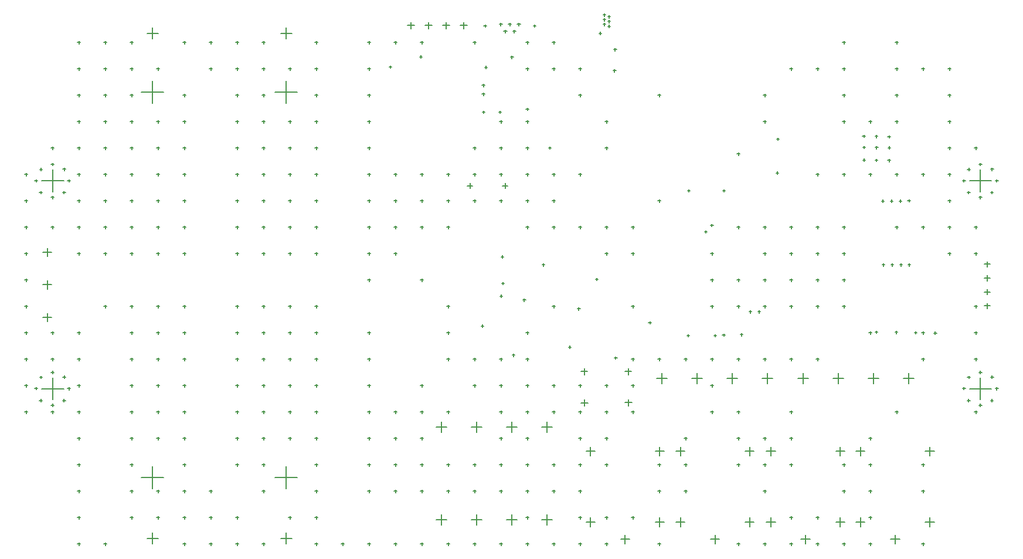
<source format=gbr>
%TF.GenerationSoftware,Altium Limited,Altium Designer,21.3.2 (30)*%
G04 Layer_Color=128*
%FSLAX26Y26*%
%MOIN*%
%TF.SameCoordinates,FFAA3912-E1DC-4B59-95C2-56FC1F4E7B50*%
%TF.FilePolarity,Positive*%
%TF.FileFunction,Drillmap*%
%TF.Part,Single*%
G01*
G75*
%TA.AperFunction,NonConductor*%
%ADD88C,0.005000*%
D88*
X168378Y1518769D02*
X215622D01*
X192000Y1495147D02*
Y1542391D01*
X168378Y1703808D02*
X215622D01*
X192000Y1680186D02*
Y1727430D01*
X168378Y1888848D02*
X215622D01*
X192000Y1865226D02*
Y1912469D01*
X728165Y2798690D02*
X854149D01*
X791157Y2735698D02*
Y2861682D01*
X1488008Y2798690D02*
X1613992D01*
X1551000Y2735698D02*
Y2861682D01*
X728165Y608926D02*
X854149D01*
X791157Y545934D02*
Y671918D01*
X1488008Y608926D02*
X1613992D01*
X1551000Y545934D02*
Y671918D01*
X1519504Y262863D02*
X1582496D01*
X1551000Y231367D02*
Y294359D01*
X1519504Y3132942D02*
X1582496D01*
X1551000Y3101446D02*
Y3164438D01*
X759661Y3132942D02*
X822653D01*
X791157Y3101446D02*
Y3164438D01*
X759661Y262863D02*
X822653D01*
X791157Y231367D02*
Y294359D01*
X3002000Y896000D02*
X3062000D01*
X3032000Y866000D02*
Y926000D01*
X2802000Y896000D02*
X2862000D01*
X2832000Y866000D02*
Y926000D01*
X2402000Y896000D02*
X2462000D01*
X2432000Y866000D02*
Y926000D01*
X2602000Y896000D02*
X2662000D01*
X2632000Y866000D02*
Y926000D01*
X3002000Y367000D02*
X3062000D01*
X3032000Y337000D02*
Y397000D01*
X2802000Y367000D02*
X2862000D01*
X2832000Y337000D02*
Y397000D01*
X2602000Y367000D02*
X2662000D01*
X2632000Y337000D02*
Y397000D01*
X2402000Y367000D02*
X2462000D01*
X2432000Y337000D02*
Y397000D01*
X4859000Y1171000D02*
X4919000D01*
X4889000Y1141000D02*
Y1201000D01*
X5059000Y1171000D02*
X5119000D01*
X5089000Y1141000D02*
Y1201000D01*
X4458500Y1171000D02*
X4518500D01*
X4488500Y1141000D02*
Y1201000D01*
X4658500Y1171000D02*
X4718500D01*
X4688500Y1141000D02*
Y1201000D01*
X4058000Y1171000D02*
X4118000D01*
X4088000Y1141000D02*
Y1201000D01*
X4258000Y1171000D02*
X4318000D01*
X4288000Y1141000D02*
Y1201000D01*
X3657500Y1171000D02*
X3717500D01*
X3687500Y1141000D02*
Y1201000D01*
X3857500Y1171000D02*
X3917500D01*
X3887500Y1141000D02*
Y1201000D01*
X5184260Y757158D02*
X5235441D01*
X5209850Y731567D02*
Y782748D01*
X4790559Y757158D02*
X4841740D01*
X4816150Y731567D02*
Y782748D01*
X4987409Y257158D02*
X5038591D01*
X5013000Y231567D02*
Y282748D01*
X4790559Y355583D02*
X4841740D01*
X4816150Y329992D02*
Y381173D01*
X5184260Y355583D02*
X5235441D01*
X5209850Y329992D02*
Y381173D01*
X4675260Y757158D02*
X4726441D01*
X4700850Y731567D02*
Y782748D01*
X4281559Y757158D02*
X4332740D01*
X4307150Y731567D02*
Y782748D01*
X4478409Y257158D02*
X4529591D01*
X4504000Y231567D02*
Y282748D01*
X4281559Y355583D02*
X4332740D01*
X4307150Y329992D02*
Y381173D01*
X4675260Y355583D02*
X4726441D01*
X4700850Y329992D02*
Y381173D01*
X4160260Y757158D02*
X4211441D01*
X4185850Y731567D02*
Y782748D01*
X3766559Y757158D02*
X3817740D01*
X3792150Y731567D02*
Y782748D01*
X3963410Y257158D02*
X4014590D01*
X3989000Y231567D02*
Y282748D01*
X3766559Y355583D02*
X3817740D01*
X3792150Y329992D02*
Y381173D01*
X4160260Y355583D02*
X4211441D01*
X4185850Y329992D02*
Y381173D01*
X3649260Y757158D02*
X3700441D01*
X3674850Y731567D02*
Y782748D01*
X3255559Y757158D02*
X3306740D01*
X3281150Y731567D02*
Y782748D01*
X3452410Y257158D02*
X3503590D01*
X3478000Y231567D02*
Y282748D01*
X3255559Y355583D02*
X3306740D01*
X3281150Y329992D02*
Y381173D01*
X3649260Y355583D02*
X3700441D01*
X3674850Y329992D02*
Y381173D01*
X2240500Y3177000D02*
X2279500D01*
X2260000Y3157500D02*
Y3196500D01*
X2340500Y3177000D02*
X2379500D01*
X2360000Y3157500D02*
Y3196500D01*
X2440500Y3177000D02*
X2479500D01*
X2460000Y3157500D02*
Y3196500D01*
X2540500Y3177000D02*
X2579500D01*
X2560000Y3157500D02*
Y3196500D01*
X2955622Y3175000D02*
X2971370D01*
X2963496Y3167126D02*
Y3182874D01*
X2674126Y3175000D02*
X2689874D01*
X2682000Y3167126D02*
Y3182874D01*
X2865071Y3183661D02*
X2882787D01*
X2873929Y3174803D02*
Y3192520D01*
X2839480Y3144291D02*
X2857197D01*
X2848339Y3135433D02*
Y3153149D01*
X2813890Y3183661D02*
X2831606D01*
X2822748Y3174803D02*
Y3192520D01*
X2788299Y3144291D02*
X2806016D01*
X2797157Y3135433D02*
Y3153149D01*
X2762709Y3183661D02*
X2780425D01*
X2771567Y3174803D02*
Y3192520D01*
X3227000Y1211000D02*
X3265000D01*
X3246000Y1192000D02*
Y1230000D01*
X3228000Y1033000D02*
X3266000D01*
X3247000Y1014000D02*
Y1052000D01*
X3478000Y1034000D02*
X3516000D01*
X3497000Y1015000D02*
Y1053000D01*
X3477000Y1211000D02*
X3515000D01*
X3496000Y1192000D02*
Y1230000D01*
X2780500Y2266000D02*
X2811500D01*
X2796000Y2250500D02*
Y2281500D01*
X2580500Y2266000D02*
X2611500D01*
X2596000Y2250500D02*
Y2281500D01*
X5521252Y1584520D02*
X5552748D01*
X5537000Y1568772D02*
Y1600268D01*
X5521252Y1663260D02*
X5552748D01*
X5537000Y1647512D02*
Y1679008D01*
X5521252Y1742000D02*
X5552748D01*
X5537000Y1726252D02*
Y1757748D01*
X5521252Y1820740D02*
X5552748D01*
X5537000Y1804992D02*
Y1836488D01*
X3064500Y981000D02*
X3079500D01*
X3072000Y973500D02*
Y988500D01*
X3214500Y1131000D02*
X3229500D01*
X3222000Y1123500D02*
Y1138500D01*
X3064500Y1131000D02*
X3079500D01*
X3072000Y1123500D02*
Y1138500D01*
X5464500Y2481000D02*
X5479500D01*
X5472000Y2473500D02*
Y2488500D01*
X5464500Y2031000D02*
X5479500D01*
X5472000Y2023500D02*
Y2038500D01*
X5464500Y1881000D02*
X5479500D01*
X5472000Y1873500D02*
Y1888500D01*
X5464500Y1581000D02*
X5479500D01*
X5472000Y1573500D02*
Y1588500D01*
X5464500Y1431000D02*
X5479500D01*
X5472000Y1423500D02*
Y1438500D01*
X5464500Y1281000D02*
X5479500D01*
X5472000Y1273500D02*
Y1288500D01*
X5464500Y981000D02*
X5479500D01*
X5472000Y973500D02*
Y988500D01*
X5314500Y2931000D02*
X5329500D01*
X5322000Y2923500D02*
Y2938500D01*
X5314500Y2781000D02*
X5329500D01*
X5322000Y2773500D02*
Y2788500D01*
X5314500Y2631000D02*
X5329500D01*
X5322000Y2623500D02*
Y2638500D01*
X5314500Y2481000D02*
X5329500D01*
X5322000Y2473500D02*
Y2488500D01*
X5314500Y2331000D02*
X5329500D01*
X5322000Y2323500D02*
Y2338500D01*
X5314500Y2181000D02*
X5329500D01*
X5322000Y2173500D02*
Y2188500D01*
X5314500Y2031000D02*
X5329500D01*
X5322000Y2023500D02*
Y2038500D01*
X5314500Y1881000D02*
X5329500D01*
X5322000Y1873500D02*
Y1888500D01*
X5164500Y2931000D02*
X5179500D01*
X5172000Y2923500D02*
Y2938500D01*
X5164500Y2331000D02*
X5179500D01*
X5172000Y2323500D02*
Y2338500D01*
X5164500Y2031000D02*
X5179500D01*
X5172000Y2023500D02*
Y2038500D01*
X5164500Y1431000D02*
X5179500D01*
X5172000Y1423500D02*
Y1438500D01*
X5164500Y1281000D02*
X5179500D01*
X5172000Y1273500D02*
Y1288500D01*
X5164500Y681000D02*
X5179500D01*
X5172000Y673500D02*
Y688500D01*
X5164500Y531000D02*
X5179500D01*
X5172000Y523500D02*
Y538500D01*
X5164500Y231000D02*
X5179500D01*
X5172000Y223500D02*
Y238500D01*
X5014500Y3081000D02*
X5029500D01*
X5022000Y3073500D02*
Y3088500D01*
X5014500Y2931000D02*
X5029500D01*
X5022000Y2923500D02*
Y2938500D01*
X5014500Y2781000D02*
X5029500D01*
X5022000Y2773500D02*
Y2788500D01*
X5014500Y2631000D02*
X5029500D01*
X5022000Y2623500D02*
Y2638500D01*
X5014500Y2331000D02*
X5029500D01*
X5022000Y2323500D02*
Y2338500D01*
X5014500Y2031000D02*
X5029500D01*
X5022000Y2023500D02*
Y2038500D01*
X5014500Y981000D02*
X5029500D01*
X5022000Y973500D02*
Y988500D01*
X4864500Y2631000D02*
X4879500D01*
X4872000Y2623500D02*
Y2638500D01*
X4864500Y2331000D02*
X4879500D01*
X4872000Y2323500D02*
Y2338500D01*
X4864500Y1431000D02*
X4879500D01*
X4872000Y1423500D02*
Y1438500D01*
X4864500Y831000D02*
X4879500D01*
X4872000Y823500D02*
Y838500D01*
X4864500Y681000D02*
X4879500D01*
X4872000Y673500D02*
Y688500D01*
X4864500Y531000D02*
X4879500D01*
X4872000Y523500D02*
Y538500D01*
X4864500Y381000D02*
X4879500D01*
X4872000Y373500D02*
Y388500D01*
X4864500Y231000D02*
X4879500D01*
X4872000Y223500D02*
Y238500D01*
X4714500Y3081000D02*
X4729500D01*
X4722000Y3073500D02*
Y3088500D01*
X4714500Y2931000D02*
X4729500D01*
X4722000Y2923500D02*
Y2938500D01*
X4714500Y2781000D02*
X4729500D01*
X4722000Y2773500D02*
Y2788500D01*
X4714500Y2631000D02*
X4729500D01*
X4722000Y2623500D02*
Y2638500D01*
X4714500Y2331000D02*
X4729500D01*
X4722000Y2323500D02*
Y2338500D01*
X4714500Y2031000D02*
X4729500D01*
X4722000Y2023500D02*
Y2038500D01*
X4714500Y1881000D02*
X4729500D01*
X4722000Y1873500D02*
Y1888500D01*
X4714500Y1731000D02*
X4729500D01*
X4722000Y1723500D02*
Y1738500D01*
X4714500Y1581000D02*
X4729500D01*
X4722000Y1573500D02*
Y1588500D01*
X4714500Y681000D02*
X4729500D01*
X4722000Y673500D02*
Y688500D01*
X4714500Y531000D02*
X4729500D01*
X4722000Y523500D02*
Y538500D01*
X4714500Y231000D02*
X4729500D01*
X4722000Y223500D02*
Y238500D01*
X4564500Y2931000D02*
X4579500D01*
X4572000Y2923500D02*
Y2938500D01*
X4564500Y2331000D02*
X4579500D01*
X4572000Y2323500D02*
Y2338500D01*
X4564500Y2031000D02*
X4579500D01*
X4572000Y2023500D02*
Y2038500D01*
X4564500Y1881000D02*
X4579500D01*
X4572000Y1873500D02*
Y1888500D01*
X4564500Y1731000D02*
X4579500D01*
X4572000Y1723500D02*
Y1738500D01*
X4564500Y1581000D02*
X4579500D01*
X4572000Y1573500D02*
Y1588500D01*
X4564500Y1281000D02*
X4579500D01*
X4572000Y1273500D02*
Y1288500D01*
X4564500Y381000D02*
X4579500D01*
X4572000Y373500D02*
Y388500D01*
X4564500Y231000D02*
X4579500D01*
X4572000Y223500D02*
Y238500D01*
X4414500Y2931000D02*
X4429500D01*
X4422000Y2923500D02*
Y2938500D01*
X4414500Y2031000D02*
X4429500D01*
X4422000Y2023500D02*
Y2038500D01*
X4414500Y1881000D02*
X4429500D01*
X4422000Y1873500D02*
Y1888500D01*
X4414500Y1731000D02*
X4429500D01*
X4422000Y1723500D02*
Y1738500D01*
X4414500Y1581000D02*
X4429500D01*
X4422000Y1573500D02*
Y1588500D01*
X4414500Y1281000D02*
X4429500D01*
X4422000Y1273500D02*
Y1288500D01*
X4414500Y981000D02*
X4429500D01*
X4422000Y973500D02*
Y988500D01*
X4414500Y831000D02*
X4429500D01*
X4422000Y823500D02*
Y838500D01*
X4414500Y681000D02*
X4429500D01*
X4422000Y673500D02*
Y688500D01*
X4414500Y381000D02*
X4429500D01*
X4422000Y373500D02*
Y388500D01*
X4414500Y231000D02*
X4429500D01*
X4422000Y223500D02*
Y238500D01*
X4264500Y2781000D02*
X4279500D01*
X4272000Y2773500D02*
Y2788500D01*
X4264500Y2631000D02*
X4279500D01*
X4272000Y2623500D02*
Y2638500D01*
X4264500Y2031000D02*
X4279500D01*
X4272000Y2023500D02*
Y2038500D01*
X4264500Y1881000D02*
X4279500D01*
X4272000Y1873500D02*
Y1888500D01*
X4264500Y1731000D02*
X4279500D01*
X4272000Y1723500D02*
Y1738500D01*
X4264500Y1581000D02*
X4279500D01*
X4272000Y1573500D02*
Y1588500D01*
X4264500Y1281000D02*
X4279500D01*
X4272000Y1273500D02*
Y1288500D01*
X4264500Y831000D02*
X4279500D01*
X4272000Y823500D02*
Y838500D01*
X4264500Y681000D02*
X4279500D01*
X4272000Y673500D02*
Y688500D01*
X4264500Y531000D02*
X4279500D01*
X4272000Y523500D02*
Y538500D01*
X4264500Y231000D02*
X4279500D01*
X4272000Y223500D02*
Y238500D01*
X4114500Y2031000D02*
X4129500D01*
X4122000Y2023500D02*
Y2038500D01*
X4114500Y1731000D02*
X4129500D01*
X4122000Y1723500D02*
Y1738500D01*
X4114500Y1581000D02*
X4129500D01*
X4122000Y1573500D02*
Y1588500D01*
X4114500Y1281000D02*
X4129500D01*
X4122000Y1273500D02*
Y1288500D01*
X4114500Y981000D02*
X4129500D01*
X4122000Y973500D02*
Y988500D01*
X4114500Y831000D02*
X4129500D01*
X4122000Y823500D02*
Y838500D01*
X4114500Y681000D02*
X4129500D01*
X4122000Y673500D02*
Y688500D01*
X4114500Y231000D02*
X4129500D01*
X4122000Y223500D02*
Y238500D01*
X3964500Y1881000D02*
X3979500D01*
X3972000Y1873500D02*
Y1888500D01*
X3964500Y1731000D02*
X3979500D01*
X3972000Y1723500D02*
Y1738500D01*
X3964500Y1581000D02*
X3979500D01*
X3972000Y1573500D02*
Y1588500D01*
X3964500Y1281000D02*
X3979500D01*
X3972000Y1273500D02*
Y1288500D01*
X3964500Y1131000D02*
X3979500D01*
X3972000Y1123500D02*
Y1138500D01*
X3964500Y981000D02*
X3979500D01*
X3972000Y973500D02*
Y988500D01*
X3814500Y1281000D02*
X3829500D01*
X3822000Y1273500D02*
Y1288500D01*
X3814500Y831000D02*
X3829500D01*
X3822000Y823500D02*
Y838500D01*
X3814500Y681000D02*
X3829500D01*
X3822000Y673500D02*
Y688500D01*
X3814500Y531000D02*
X3829500D01*
X3822000Y523500D02*
Y538500D01*
X3664500Y2781000D02*
X3679500D01*
X3672000Y2773500D02*
Y2788500D01*
X3664500Y2181000D02*
X3679500D01*
X3672000Y2173500D02*
Y2188500D01*
X3664500Y1281000D02*
X3679500D01*
X3672000Y1273500D02*
Y1288500D01*
X3664500Y681000D02*
X3679500D01*
X3672000Y673500D02*
Y688500D01*
X3664500Y531000D02*
X3679500D01*
X3672000Y523500D02*
Y538500D01*
X3664500Y231000D02*
X3679500D01*
X3672000Y223500D02*
Y238500D01*
X3514500Y2031000D02*
X3529500D01*
X3522000Y2023500D02*
Y2038500D01*
X3514500Y1881000D02*
X3529500D01*
X3522000Y1873500D02*
Y1888500D01*
X3514500Y1581000D02*
X3529500D01*
X3522000Y1573500D02*
Y1588500D01*
X3514500Y1281000D02*
X3529500D01*
X3522000Y1273500D02*
Y1288500D01*
X3514500Y1131000D02*
X3529500D01*
X3522000Y1123500D02*
Y1138500D01*
X3514500Y981000D02*
X3529500D01*
X3522000Y973500D02*
Y988500D01*
X3514500Y381000D02*
X3529500D01*
X3522000Y373500D02*
Y388500D01*
X3364500Y2631000D02*
X3379500D01*
X3372000Y2623500D02*
Y2638500D01*
X3364500Y2481000D02*
X3379500D01*
X3372000Y2473500D02*
Y2488500D01*
X3364500Y2031000D02*
X3379500D01*
X3372000Y2023500D02*
Y2038500D01*
X3364500Y1881000D02*
X3379500D01*
X3372000Y1873500D02*
Y1888500D01*
X3364500Y1131000D02*
X3379500D01*
X3372000Y1123500D02*
Y1138500D01*
X3364500Y981000D02*
X3379500D01*
X3372000Y973500D02*
Y988500D01*
X3364500Y831000D02*
X3379500D01*
X3372000Y823500D02*
Y838500D01*
X3364500Y681000D02*
X3379500D01*
X3372000Y673500D02*
Y688500D01*
X3364500Y381000D02*
X3379500D01*
X3372000Y373500D02*
Y388500D01*
X3364500Y231000D02*
X3379500D01*
X3372000Y223500D02*
Y238500D01*
X3214500Y2931000D02*
X3229500D01*
X3222000Y2923500D02*
Y2938500D01*
X3214500Y2781000D02*
X3229500D01*
X3222000Y2773500D02*
Y2788500D01*
X3214500Y2331000D02*
X3229500D01*
X3222000Y2323500D02*
Y2338500D01*
X3214500Y2031000D02*
X3229500D01*
X3222000Y2023500D02*
Y2038500D01*
X3214500Y981000D02*
X3229500D01*
X3222000Y973500D02*
Y988500D01*
X3214500Y831000D02*
X3229500D01*
X3222000Y823500D02*
Y838500D01*
X3214500Y681000D02*
X3229500D01*
X3222000Y673500D02*
Y688500D01*
X3214500Y531000D02*
X3229500D01*
X3222000Y523500D02*
Y538500D01*
X3214500Y381000D02*
X3229500D01*
X3222000Y373500D02*
Y388500D01*
X3214500Y231000D02*
X3229500D01*
X3222000Y223500D02*
Y238500D01*
X3064500Y3081000D02*
X3079500D01*
X3072000Y3073500D02*
Y3088500D01*
X3064500Y2931000D02*
X3079500D01*
X3072000Y2923500D02*
Y2938500D01*
X3064500Y2331000D02*
X3079500D01*
X3072000Y2323500D02*
Y2338500D01*
X3064500Y2181000D02*
X3079500D01*
X3072000Y2173500D02*
Y2188500D01*
X3064500Y2031000D02*
X3079500D01*
X3072000Y2023500D02*
Y2038500D01*
X3064500Y1581000D02*
X3079500D01*
X3072000Y1573500D02*
Y1588500D01*
X3064500Y681000D02*
X3079500D01*
X3072000Y673500D02*
Y688500D01*
X3064500Y531000D02*
X3079500D01*
X3072000Y523500D02*
Y538500D01*
X3064500Y231000D02*
X3079500D01*
X3072000Y223500D02*
Y238500D01*
X2914500Y3081000D02*
X2929500D01*
X2922000Y3073500D02*
Y3088500D01*
X2914500Y2931000D02*
X2929500D01*
X2922000Y2923500D02*
Y2938500D01*
X2914500Y2631000D02*
X2929500D01*
X2922000Y2623500D02*
Y2638500D01*
X2914500Y2481000D02*
X2929500D01*
X2922000Y2473500D02*
Y2488500D01*
X2914500Y2331000D02*
X2929500D01*
X2922000Y2323500D02*
Y2338500D01*
X2914500Y2181000D02*
X2929500D01*
X2922000Y2173500D02*
Y2188500D01*
X2914500Y2031000D02*
X2929500D01*
X2922000Y2023500D02*
Y2038500D01*
X2914500Y1431000D02*
X2929500D01*
X2922000Y1423500D02*
Y1438500D01*
X2914500Y1281000D02*
X2929500D01*
X2922000Y1273500D02*
Y1288500D01*
X2914500Y1131000D02*
X2929500D01*
X2922000Y1123500D02*
Y1138500D01*
X2914500Y981000D02*
X2929500D01*
X2922000Y973500D02*
Y988500D01*
X2914500Y831000D02*
X2929500D01*
X2922000Y823500D02*
Y838500D01*
X2914500Y681000D02*
X2929500D01*
X2922000Y673500D02*
Y688500D01*
X2914500Y531000D02*
X2929500D01*
X2922000Y523500D02*
Y538500D01*
X2914500Y381000D02*
X2929500D01*
X2922000Y373500D02*
Y388500D01*
X2914500Y231000D02*
X2929500D01*
X2922000Y223500D02*
Y238500D01*
X2764500Y2631000D02*
X2779500D01*
X2772000Y2623500D02*
Y2638500D01*
X2764500Y2481000D02*
X2779500D01*
X2772000Y2473500D02*
Y2488500D01*
X2764500Y2331000D02*
X2779500D01*
X2772000Y2323500D02*
Y2338500D01*
X2764500Y2181000D02*
X2779500D01*
X2772000Y2173500D02*
Y2188500D01*
X2764500Y1281000D02*
X2779500D01*
X2772000Y1273500D02*
Y1288500D01*
X2764500Y1131000D02*
X2779500D01*
X2772000Y1123500D02*
Y1138500D01*
X2764500Y981000D02*
X2779500D01*
X2772000Y973500D02*
Y988500D01*
X2764500Y831000D02*
X2779500D01*
X2772000Y823500D02*
Y838500D01*
X2764500Y681000D02*
X2779500D01*
X2772000Y673500D02*
Y688500D01*
X2764500Y531000D02*
X2779500D01*
X2772000Y523500D02*
Y538500D01*
X2764500Y231000D02*
X2779500D01*
X2772000Y223500D02*
Y238500D01*
X2614500Y3081000D02*
X2629500D01*
X2622000Y3073500D02*
Y3088500D01*
X2614500Y2481000D02*
X2629500D01*
X2622000Y2473500D02*
Y2488500D01*
X2614500Y2331000D02*
X2629500D01*
X2622000Y2323500D02*
Y2338500D01*
X2614500Y2181000D02*
X2629500D01*
X2622000Y2173500D02*
Y2188500D01*
X2614500Y1281000D02*
X2629500D01*
X2622000Y1273500D02*
Y1288500D01*
X2614500Y1131000D02*
X2629500D01*
X2622000Y1123500D02*
Y1138500D01*
X2614500Y681000D02*
X2629500D01*
X2622000Y673500D02*
Y688500D01*
X2614500Y531000D02*
X2629500D01*
X2622000Y523500D02*
Y538500D01*
X2614500Y231000D02*
X2629500D01*
X2622000Y223500D02*
Y238500D01*
X2464500Y2331000D02*
X2479500D01*
X2472000Y2323500D02*
Y2338500D01*
X2464500Y2181000D02*
X2479500D01*
X2472000Y2173500D02*
Y2188500D01*
X2464500Y2031000D02*
X2479500D01*
X2472000Y2023500D02*
Y2038500D01*
X2464500Y1581000D02*
X2479500D01*
X2472000Y1573500D02*
Y1588500D01*
X2464500Y1431000D02*
X2479500D01*
X2472000Y1423500D02*
Y1438500D01*
X2464500Y1281000D02*
X2479500D01*
X2472000Y1273500D02*
Y1288500D01*
X2464500Y981000D02*
X2479500D01*
X2472000Y973500D02*
Y988500D01*
X2464500Y681000D02*
X2479500D01*
X2472000Y673500D02*
Y688500D01*
X2464500Y531000D02*
X2479500D01*
X2472000Y523500D02*
Y538500D01*
X2464500Y231000D02*
X2479500D01*
X2472000Y223500D02*
Y238500D01*
X2314500Y3081000D02*
X2329500D01*
X2322000Y3073500D02*
Y3088500D01*
X2314500Y2331000D02*
X2329500D01*
X2322000Y2323500D02*
Y2338500D01*
X2314500Y2181000D02*
X2329500D01*
X2322000Y2173500D02*
Y2188500D01*
X2314500Y2031000D02*
X2329500D01*
X2322000Y2023500D02*
Y2038500D01*
X2314500Y1731000D02*
X2329500D01*
X2322000Y1723500D02*
Y1738500D01*
X2314500Y1131000D02*
X2329500D01*
X2322000Y1123500D02*
Y1138500D01*
X2314500Y981000D02*
X2329500D01*
X2322000Y973500D02*
Y988500D01*
X2314500Y831000D02*
X2329500D01*
X2322000Y823500D02*
Y838500D01*
X2314500Y681000D02*
X2329500D01*
X2322000Y673500D02*
Y688500D01*
X2314500Y531000D02*
X2329500D01*
X2322000Y523500D02*
Y538500D01*
X2314500Y231000D02*
X2329500D01*
X2322000Y223500D02*
Y238500D01*
X2164500Y3081000D02*
X2179500D01*
X2172000Y3073500D02*
Y3088500D01*
X2164500Y2331000D02*
X2179500D01*
X2172000Y2323500D02*
Y2338500D01*
X2164500Y2181000D02*
X2179500D01*
X2172000Y2173500D02*
Y2188500D01*
X2164500Y2031000D02*
X2179500D01*
X2172000Y2023500D02*
Y2038500D01*
X2164500Y1881000D02*
X2179500D01*
X2172000Y1873500D02*
Y1888500D01*
X2164500Y981000D02*
X2179500D01*
X2172000Y973500D02*
Y988500D01*
X2164500Y831000D02*
X2179500D01*
X2172000Y823500D02*
Y838500D01*
X2164500Y681000D02*
X2179500D01*
X2172000Y673500D02*
Y688500D01*
X2164500Y531000D02*
X2179500D01*
X2172000Y523500D02*
Y538500D01*
X2164500Y231000D02*
X2179500D01*
X2172000Y223500D02*
Y238500D01*
X2014500Y3081000D02*
X2029500D01*
X2022000Y3073500D02*
Y3088500D01*
X2014500Y2931000D02*
X2029500D01*
X2022000Y2923500D02*
Y2938500D01*
X2014500Y2781000D02*
X2029500D01*
X2022000Y2773500D02*
Y2788500D01*
X2014500Y2631000D02*
X2029500D01*
X2022000Y2623500D02*
Y2638500D01*
X2014500Y2481000D02*
X2029500D01*
X2022000Y2473500D02*
Y2488500D01*
X2014500Y2331000D02*
X2029500D01*
X2022000Y2323500D02*
Y2338500D01*
X2014500Y2181000D02*
X2029500D01*
X2022000Y2173500D02*
Y2188500D01*
X2014500Y2031000D02*
X2029500D01*
X2022000Y2023500D02*
Y2038500D01*
X2014500Y1881000D02*
X2029500D01*
X2022000Y1873500D02*
Y1888500D01*
X2014500Y1731000D02*
X2029500D01*
X2022000Y1723500D02*
Y1738500D01*
X2014500Y1431000D02*
X2029500D01*
X2022000Y1423500D02*
Y1438500D01*
X2014500Y1281000D02*
X2029500D01*
X2022000Y1273500D02*
Y1288500D01*
X2014500Y1131000D02*
X2029500D01*
X2022000Y1123500D02*
Y1138500D01*
X2014500Y981000D02*
X2029500D01*
X2022000Y973500D02*
Y988500D01*
X2014500Y831000D02*
X2029500D01*
X2022000Y823500D02*
Y838500D01*
X2014500Y681000D02*
X2029500D01*
X2022000Y673500D02*
Y688500D01*
X2014500Y531000D02*
X2029500D01*
X2022000Y523500D02*
Y538500D01*
X2014500Y231000D02*
X2029500D01*
X2022000Y223500D02*
Y238500D01*
X1864500Y231000D02*
X1879500D01*
X1872000Y223500D02*
Y238500D01*
X1714500Y3081000D02*
X1729500D01*
X1722000Y3073500D02*
Y3088500D01*
X1714500Y2931000D02*
X1729500D01*
X1722000Y2923500D02*
Y2938500D01*
X1714500Y2781000D02*
X1729500D01*
X1722000Y2773500D02*
Y2788500D01*
X1714500Y2631000D02*
X1729500D01*
X1722000Y2623500D02*
Y2638500D01*
X1714500Y2481000D02*
X1729500D01*
X1722000Y2473500D02*
Y2488500D01*
X1714500Y2331000D02*
X1729500D01*
X1722000Y2323500D02*
Y2338500D01*
X1714500Y2181000D02*
X1729500D01*
X1722000Y2173500D02*
Y2188500D01*
X1714500Y2031000D02*
X1729500D01*
X1722000Y2023500D02*
Y2038500D01*
X1714500Y1881000D02*
X1729500D01*
X1722000Y1873500D02*
Y1888500D01*
X1714500Y1581000D02*
X1729500D01*
X1722000Y1573500D02*
Y1588500D01*
X1714500Y1431000D02*
X1729500D01*
X1722000Y1423500D02*
Y1438500D01*
X1714500Y1281000D02*
X1729500D01*
X1722000Y1273500D02*
Y1288500D01*
X1714500Y1131000D02*
X1729500D01*
X1722000Y1123500D02*
Y1138500D01*
X1714500Y981000D02*
X1729500D01*
X1722000Y973500D02*
Y988500D01*
X1714500Y831000D02*
X1729500D01*
X1722000Y823500D02*
Y838500D01*
X1714500Y681000D02*
X1729500D01*
X1722000Y673500D02*
Y688500D01*
X1714500Y531000D02*
X1729500D01*
X1722000Y523500D02*
Y538500D01*
X1714500Y381000D02*
X1729500D01*
X1722000Y373500D02*
Y388500D01*
X1714500Y231000D02*
X1729500D01*
X1722000Y223500D02*
Y238500D01*
X1564500Y2931000D02*
X1579500D01*
X1572000Y2923500D02*
Y2938500D01*
X1564500Y2631000D02*
X1579500D01*
X1572000Y2623500D02*
Y2638500D01*
X1564500Y2481000D02*
X1579500D01*
X1572000Y2473500D02*
Y2488500D01*
X1564500Y2331000D02*
X1579500D01*
X1572000Y2323500D02*
Y2338500D01*
X1564500Y2181000D02*
X1579500D01*
X1572000Y2173500D02*
Y2188500D01*
X1564500Y2031000D02*
X1579500D01*
X1572000Y2023500D02*
Y2038500D01*
X1564500Y1881000D02*
X1579500D01*
X1572000Y1873500D02*
Y1888500D01*
X1564500Y1581000D02*
X1579500D01*
X1572000Y1573500D02*
Y1588500D01*
X1564500Y1431000D02*
X1579500D01*
X1572000Y1423500D02*
Y1438500D01*
X1564500Y1281000D02*
X1579500D01*
X1572000Y1273500D02*
Y1288500D01*
X1564500Y1131000D02*
X1579500D01*
X1572000Y1123500D02*
Y1138500D01*
X1564500Y981000D02*
X1579500D01*
X1572000Y973500D02*
Y988500D01*
X1564500Y831000D02*
X1579500D01*
X1572000Y823500D02*
Y838500D01*
X1564500Y381000D02*
X1579500D01*
X1572000Y373500D02*
Y388500D01*
X1414500Y3081000D02*
X1429500D01*
X1422000Y3073500D02*
Y3088500D01*
X1414500Y2931000D02*
X1429500D01*
X1422000Y2923500D02*
Y2938500D01*
X1414500Y2781000D02*
X1429500D01*
X1422000Y2773500D02*
Y2788500D01*
X1414500Y2631000D02*
X1429500D01*
X1422000Y2623500D02*
Y2638500D01*
X1414500Y2481000D02*
X1429500D01*
X1422000Y2473500D02*
Y2488500D01*
X1414500Y2331000D02*
X1429500D01*
X1422000Y2323500D02*
Y2338500D01*
X1414500Y2181000D02*
X1429500D01*
X1422000Y2173500D02*
Y2188500D01*
X1414500Y2031000D02*
X1429500D01*
X1422000Y2023500D02*
Y2038500D01*
X1414500Y1881000D02*
X1429500D01*
X1422000Y1873500D02*
Y1888500D01*
X1414500Y1581000D02*
X1429500D01*
X1422000Y1573500D02*
Y1588500D01*
X1414500Y1431000D02*
X1429500D01*
X1422000Y1423500D02*
Y1438500D01*
X1414500Y1281000D02*
X1429500D01*
X1422000Y1273500D02*
Y1288500D01*
X1414500Y1131000D02*
X1429500D01*
X1422000Y1123500D02*
Y1138500D01*
X1414500Y981000D02*
X1429500D01*
X1422000Y973500D02*
Y988500D01*
X1414500Y831000D02*
X1429500D01*
X1422000Y823500D02*
Y838500D01*
X1414500Y681000D02*
X1429500D01*
X1422000Y673500D02*
Y688500D01*
X1414500Y531000D02*
X1429500D01*
X1422000Y523500D02*
Y538500D01*
X1414500Y231000D02*
X1429500D01*
X1422000Y223500D02*
Y238500D01*
X1264500Y3081000D02*
X1279500D01*
X1272000Y3073500D02*
Y3088500D01*
X1264500Y2931000D02*
X1279500D01*
X1272000Y2923500D02*
Y2938500D01*
X1264500Y2781000D02*
X1279500D01*
X1272000Y2773500D02*
Y2788500D01*
X1264500Y2631000D02*
X1279500D01*
X1272000Y2623500D02*
Y2638500D01*
X1264500Y2481000D02*
X1279500D01*
X1272000Y2473500D02*
Y2488500D01*
X1264500Y2331000D02*
X1279500D01*
X1272000Y2323500D02*
Y2338500D01*
X1264500Y2181000D02*
X1279500D01*
X1272000Y2173500D02*
Y2188500D01*
X1264500Y2031000D02*
X1279500D01*
X1272000Y2023500D02*
Y2038500D01*
X1264500Y1881000D02*
X1279500D01*
X1272000Y1873500D02*
Y1888500D01*
X1264500Y1581000D02*
X1279500D01*
X1272000Y1573500D02*
Y1588500D01*
X1264500Y1431000D02*
X1279500D01*
X1272000Y1423500D02*
Y1438500D01*
X1264500Y1281000D02*
X1279500D01*
X1272000Y1273500D02*
Y1288500D01*
X1264500Y1131000D02*
X1279500D01*
X1272000Y1123500D02*
Y1138500D01*
X1264500Y981000D02*
X1279500D01*
X1272000Y973500D02*
Y988500D01*
X1264500Y831000D02*
X1279500D01*
X1272000Y823500D02*
Y838500D01*
X1264500Y681000D02*
X1279500D01*
X1272000Y673500D02*
Y688500D01*
X1264500Y381000D02*
X1279500D01*
X1272000Y373500D02*
Y388500D01*
X1264500Y231000D02*
X1279500D01*
X1272000Y223500D02*
Y238500D01*
X1114500Y3081000D02*
X1129500D01*
X1122000Y3073500D02*
Y3088500D01*
X1114500Y2931000D02*
X1129500D01*
X1122000Y2923500D02*
Y2938500D01*
X1114500Y531000D02*
X1129500D01*
X1122000Y523500D02*
Y538500D01*
X1114500Y381000D02*
X1129500D01*
X1122000Y373500D02*
Y388500D01*
X1114500Y231000D02*
X1129500D01*
X1122000Y223500D02*
Y238500D01*
X964500Y3081000D02*
X979500D01*
X972000Y3073500D02*
Y3088500D01*
X964500Y2781000D02*
X979500D01*
X972000Y2773500D02*
Y2788500D01*
X964500Y2631000D02*
X979500D01*
X972000Y2623500D02*
Y2638500D01*
X964500Y2481000D02*
X979500D01*
X972000Y2473500D02*
Y2488500D01*
X964500Y2331000D02*
X979500D01*
X972000Y2323500D02*
Y2338500D01*
X964500Y2181000D02*
X979500D01*
X972000Y2173500D02*
Y2188500D01*
X964500Y2031000D02*
X979500D01*
X972000Y2023500D02*
Y2038500D01*
X964500Y1881000D02*
X979500D01*
X972000Y1873500D02*
Y1888500D01*
X964500Y1581000D02*
X979500D01*
X972000Y1573500D02*
Y1588500D01*
X964500Y1431000D02*
X979500D01*
X972000Y1423500D02*
Y1438500D01*
X964500Y1281000D02*
X979500D01*
X972000Y1273500D02*
Y1288500D01*
X964500Y1131000D02*
X979500D01*
X972000Y1123500D02*
Y1138500D01*
X964500Y981000D02*
X979500D01*
X972000Y973500D02*
Y988500D01*
X964500Y831000D02*
X979500D01*
X972000Y823500D02*
Y838500D01*
X964500Y681000D02*
X979500D01*
X972000Y673500D02*
Y688500D01*
X964500Y531000D02*
X979500D01*
X972000Y523500D02*
Y538500D01*
X964500Y381000D02*
X979500D01*
X972000Y373500D02*
Y388500D01*
X964500Y231000D02*
X979500D01*
X972000Y223500D02*
Y238500D01*
X814500Y2931000D02*
X829500D01*
X822000Y2923500D02*
Y2938500D01*
X814500Y2631000D02*
X829500D01*
X822000Y2623500D02*
Y2638500D01*
X814500Y2481000D02*
X829500D01*
X822000Y2473500D02*
Y2488500D01*
X814500Y2331000D02*
X829500D01*
X822000Y2323500D02*
Y2338500D01*
X814500Y2181000D02*
X829500D01*
X822000Y2173500D02*
Y2188500D01*
X814500Y2031000D02*
X829500D01*
X822000Y2023500D02*
Y2038500D01*
X814500Y1881000D02*
X829500D01*
X822000Y1873500D02*
Y1888500D01*
X814500Y1581000D02*
X829500D01*
X822000Y1573500D02*
Y1588500D01*
X814500Y1431000D02*
X829500D01*
X822000Y1423500D02*
Y1438500D01*
X814500Y1281000D02*
X829500D01*
X822000Y1273500D02*
Y1288500D01*
X814500Y1131000D02*
X829500D01*
X822000Y1123500D02*
Y1138500D01*
X814500Y981000D02*
X829500D01*
X822000Y973500D02*
Y988500D01*
X814500Y831000D02*
X829500D01*
X822000Y823500D02*
Y838500D01*
X814500Y531000D02*
X829500D01*
X822000Y523500D02*
Y538500D01*
X814500Y381000D02*
X829500D01*
X822000Y373500D02*
Y388500D01*
X664500Y3081000D02*
X679500D01*
X672000Y3073500D02*
Y3088500D01*
X664500Y2931000D02*
X679500D01*
X672000Y2923500D02*
Y2938500D01*
X664500Y2781000D02*
X679500D01*
X672000Y2773500D02*
Y2788500D01*
X664500Y2631000D02*
X679500D01*
X672000Y2623500D02*
Y2638500D01*
X664500Y2481000D02*
X679500D01*
X672000Y2473500D02*
Y2488500D01*
X664500Y2331000D02*
X679500D01*
X672000Y2323500D02*
Y2338500D01*
X664500Y2181000D02*
X679500D01*
X672000Y2173500D02*
Y2188500D01*
X664500Y2031000D02*
X679500D01*
X672000Y2023500D02*
Y2038500D01*
X664500Y1881000D02*
X679500D01*
X672000Y1873500D02*
Y1888500D01*
X664500Y1581000D02*
X679500D01*
X672000Y1573500D02*
Y1588500D01*
X664500Y1431000D02*
X679500D01*
X672000Y1423500D02*
Y1438500D01*
X664500Y1281000D02*
X679500D01*
X672000Y1273500D02*
Y1288500D01*
X664500Y1131000D02*
X679500D01*
X672000Y1123500D02*
Y1138500D01*
X664500Y981000D02*
X679500D01*
X672000Y973500D02*
Y988500D01*
X664500Y831000D02*
X679500D01*
X672000Y823500D02*
Y838500D01*
X664500Y681000D02*
X679500D01*
X672000Y673500D02*
Y688500D01*
X664500Y531000D02*
X679500D01*
X672000Y523500D02*
Y538500D01*
X664500Y381000D02*
X679500D01*
X672000Y373500D02*
Y388500D01*
X514500Y3081000D02*
X529500D01*
X522000Y3073500D02*
Y3088500D01*
X514500Y2931000D02*
X529500D01*
X522000Y2923500D02*
Y2938500D01*
X514500Y2781000D02*
X529500D01*
X522000Y2773500D02*
Y2788500D01*
X514500Y2631000D02*
X529500D01*
X522000Y2623500D02*
Y2638500D01*
X514500Y2481000D02*
X529500D01*
X522000Y2473500D02*
Y2488500D01*
X514500Y2331000D02*
X529500D01*
X522000Y2323500D02*
Y2338500D01*
X514500Y2181000D02*
X529500D01*
X522000Y2173500D02*
Y2188500D01*
X514500Y2031000D02*
X529500D01*
X522000Y2023500D02*
Y2038500D01*
X514500Y1881000D02*
X529500D01*
X522000Y1873500D02*
Y1888500D01*
X514500Y1581000D02*
X529500D01*
X522000Y1573500D02*
Y1588500D01*
X514500Y231000D02*
X529500D01*
X522000Y223500D02*
Y238500D01*
X364500Y3081000D02*
X379500D01*
X372000Y3073500D02*
Y3088500D01*
X364500Y2931000D02*
X379500D01*
X372000Y2923500D02*
Y2938500D01*
X364500Y2781000D02*
X379500D01*
X372000Y2773500D02*
Y2788500D01*
X364500Y2631000D02*
X379500D01*
X372000Y2623500D02*
Y2638500D01*
X364500Y2481000D02*
X379500D01*
X372000Y2473500D02*
Y2488500D01*
X364500Y2331000D02*
X379500D01*
X372000Y2323500D02*
Y2338500D01*
X364500Y2181000D02*
X379500D01*
X372000Y2173500D02*
Y2188500D01*
X364500Y2031000D02*
X379500D01*
X372000Y2023500D02*
Y2038500D01*
X364500Y1881000D02*
X379500D01*
X372000Y1873500D02*
Y1888500D01*
X364500Y1431000D02*
X379500D01*
X372000Y1423500D02*
Y1438500D01*
X364500Y1281000D02*
X379500D01*
X372000Y1273500D02*
Y1288500D01*
X364500Y1131000D02*
X379500D01*
X372000Y1123500D02*
Y1138500D01*
X364500Y981000D02*
X379500D01*
X372000Y973500D02*
Y988500D01*
X364500Y831000D02*
X379500D01*
X372000Y823500D02*
Y838500D01*
X364500Y681000D02*
X379500D01*
X372000Y673500D02*
Y688500D01*
X364500Y531000D02*
X379500D01*
X372000Y523500D02*
Y538500D01*
X364500Y381000D02*
X379500D01*
X372000Y373500D02*
Y388500D01*
X364500Y231000D02*
X379500D01*
X372000Y223500D02*
Y238500D01*
X214500Y2481000D02*
X229500D01*
X222000Y2473500D02*
Y2488500D01*
X214500Y2031000D02*
X229500D01*
X222000Y2023500D02*
Y2038500D01*
X214500Y1431000D02*
X229500D01*
X222000Y1423500D02*
Y1438500D01*
X214500Y1281000D02*
X229500D01*
X222000Y1273500D02*
Y1288500D01*
X214500Y981000D02*
X229500D01*
X222000Y973500D02*
Y988500D01*
X64500Y2331000D02*
X79500D01*
X72000Y2323500D02*
Y2338500D01*
X64500Y2181000D02*
X79500D01*
X72000Y2173500D02*
Y2188500D01*
X64500Y2031000D02*
X79500D01*
X72000Y2023500D02*
Y2038500D01*
X64500Y1881000D02*
X79500D01*
X72000Y1873500D02*
Y1888500D01*
X64500Y1731000D02*
X79500D01*
X72000Y1723500D02*
Y1738500D01*
X64500Y1581000D02*
X79500D01*
X72000Y1573500D02*
Y1588500D01*
X64500Y1431000D02*
X79500D01*
X72000Y1423500D02*
Y1438500D01*
X64500Y1281000D02*
X79500D01*
X72000Y1273500D02*
Y1288500D01*
X64500Y1131000D02*
X79500D01*
X72000Y1123500D02*
Y1138500D01*
X64500Y981000D02*
X79500D01*
X72000Y973500D02*
Y988500D01*
X3329500Y3133000D02*
X3344500D01*
X3337000Y3125500D02*
Y3140500D01*
X4971500Y2411000D02*
X4986500D01*
X4979000Y2403500D02*
Y2418500D01*
X4900000Y2412000D02*
X4915000D01*
X4907500Y2404500D02*
Y2419500D01*
X4828500Y2413000D02*
X4843500D01*
X4836000Y2405500D02*
Y2420500D01*
X4900500Y2484000D02*
X4915500D01*
X4908000Y2476500D02*
Y2491500D01*
X4972000Y2483000D02*
X4987000D01*
X4979500Y2475500D02*
Y2490500D01*
X4971000Y2546000D02*
X4986000D01*
X4978500Y2538500D02*
Y2553500D01*
X4899500Y2547000D02*
X4914500D01*
X4907000Y2539500D02*
Y2554500D01*
X4828000Y2548000D02*
X4843000D01*
X4835500Y2540500D02*
Y2555500D01*
X4829000Y2485000D02*
X4844000D01*
X4836500Y2477500D02*
Y2492500D01*
X3417500Y1289000D02*
X3432500D01*
X3425000Y1281500D02*
Y1296500D01*
X3413500Y3041000D02*
X3428500D01*
X3421000Y3033500D02*
Y3048500D01*
X4114500Y2447000D02*
X4129500D01*
X4122000Y2439500D02*
Y2454500D01*
X2827500Y2997000D02*
X2842500D01*
X2835000Y2989500D02*
Y3004500D01*
X2308831Y3000000D02*
X2323831D01*
X2316331Y2992500D02*
Y3007500D01*
X2836500Y1304000D02*
X2851500D01*
X2844000Y1296500D02*
Y1311500D01*
X2897445Y1617055D02*
X2912445D01*
X2904945Y1609555D02*
Y1624555D01*
X2136500Y2942000D02*
X2151500D01*
X2144000Y2934500D02*
Y2949500D01*
X2678500Y2940000D02*
X2693500D01*
X2686000Y2932500D02*
Y2947500D01*
X2758500Y2686000D02*
X2773500D01*
X2766000Y2678500D02*
Y2693500D01*
X2666500Y2686000D02*
X2681500D01*
X2674000Y2678500D02*
Y2693500D01*
X3155500Y1350000D02*
X3170500D01*
X3163000Y1342500D02*
Y1357500D01*
X3611500Y1488000D02*
X3626500D01*
X3619000Y1480500D02*
Y1495500D01*
X3410210Y2920390D02*
X3425210D01*
X3417710Y2912890D02*
Y2927890D01*
X3379500Y3173000D02*
X3394500D01*
X3387000Y3165500D02*
Y3180500D01*
X3379500Y3200342D02*
X3394500D01*
X3387000Y3192842D02*
Y3207842D01*
X4339500Y2532000D02*
X4354500D01*
X4347000Y2524500D02*
Y2539500D01*
X4336776Y2340095D02*
X4351776D01*
X4344276Y2332595D02*
Y2347595D01*
X4935809Y2180309D02*
X4950809D01*
X4943309Y2172809D02*
Y2187809D01*
X4985809Y2180309D02*
X5000809D01*
X4993309Y2172809D02*
Y2187809D01*
X5084500Y2182000D02*
X5099500D01*
X5092000Y2174500D02*
Y2189500D01*
X5035809Y2180309D02*
X5050809D01*
X5043309Y2172809D02*
Y2187809D01*
X4032602Y2237898D02*
X4047602D01*
X4040102Y2230398D02*
Y2245398D01*
X3928500Y2005000D02*
X3943500D01*
X3936000Y1997500D02*
Y2012500D01*
X3963500Y2042000D02*
X3978500D01*
X3971000Y2034500D02*
Y2049500D01*
X3352500Y3184000D02*
X3367500D01*
X3360000Y3176500D02*
Y3191500D01*
X3352500Y3210500D02*
X3367500D01*
X3360000Y3203000D02*
Y3218000D01*
X3379500Y3227683D02*
X3394500D01*
X3387000Y3220183D02*
Y3235183D01*
X3352500Y3237000D02*
X3367500D01*
X3360000Y3229500D02*
Y3244500D01*
X4182602Y1551102D02*
X4197602D01*
X4190102Y1543602D02*
Y1558602D01*
X3207445Y1567055D02*
X3222445D01*
X3214945Y1559555D02*
Y1574555D01*
X2775555Y1712055D02*
X2790555D01*
X2783055Y1704555D02*
Y1719555D01*
X4232602Y1551102D02*
X4247602D01*
X4240102Y1543602D02*
Y1558602D01*
X2664500Y2837000D02*
X2679500D01*
X2672000Y2829500D02*
Y2844500D01*
X2664500Y2787000D02*
X2679500D01*
X2672000Y2779500D02*
Y2794500D01*
X3308500Y1735000D02*
X3323500D01*
X3316000Y1727500D02*
Y1742500D01*
X3832602Y2238102D02*
X3847602D01*
X3840102Y2230602D02*
Y2245602D01*
X2772500Y1863000D02*
X2787500D01*
X2780000Y1855500D02*
Y1870500D01*
X3829500Y1415102D02*
X3844500D01*
X3837000Y1407602D02*
Y1422602D01*
X3982602Y1415102D02*
X3997602D01*
X3990102Y1407602D02*
Y1422602D01*
X4132500Y1421000D02*
X4147500D01*
X4140000Y1413500D02*
Y1428500D01*
X4031500Y1418000D02*
X4046500D01*
X4039000Y1410500D02*
Y1425500D01*
X5085191Y1817000D02*
X5100191D01*
X5092691Y1809500D02*
Y1824500D01*
X5233975Y1430000D02*
X5248975D01*
X5241475Y1422500D02*
Y1437500D01*
X5122642Y1432000D02*
X5137642D01*
X5130142Y1424500D02*
Y1439500D01*
X5012500Y1434000D02*
X5027500D01*
X5020000Y1426500D02*
Y1441500D01*
X4899500Y1435000D02*
X4914500D01*
X4907000Y1427500D02*
Y1442500D01*
X5038500Y1817000D02*
X5053500D01*
X5046000Y1809500D02*
Y1824500D01*
X4938500Y1817000D02*
X4953500D01*
X4946000Y1809500D02*
Y1824500D01*
X4988500Y1817000D02*
X5003500D01*
X4996000Y1809500D02*
Y1824500D01*
X2914965Y2702535D02*
X2929965D01*
X2922465Y2695035D02*
Y2710035D01*
X3042949Y2481551D02*
X3057949D01*
X3050449Y2474051D02*
Y2489051D01*
X2659500Y1470000D02*
X2674500D01*
X2667000Y1462500D02*
Y1477500D01*
X2765468Y1639968D02*
X2780468D01*
X2772968Y1632468D02*
Y1647468D01*
X3006500Y1817000D02*
X3021500D01*
X3014000Y1809500D02*
Y1824500D01*
X159599Y1113480D02*
X285583D01*
X222591Y1050488D02*
Y1176472D01*
X280321Y1046801D02*
X295321D01*
X287821Y1039301D02*
Y1054301D01*
X148321Y1046801D02*
X163321D01*
X155821Y1039301D02*
Y1054301D01*
X149321Y1178801D02*
X164321D01*
X156821Y1171301D02*
Y1186301D01*
X281321Y1179801D02*
X296321D01*
X288821Y1172301D02*
Y1187301D01*
X215091Y1019505D02*
X230091D01*
X222591Y1012005D02*
Y1027005D01*
X215091Y1206801D02*
X230091D01*
X222591Y1199301D02*
Y1214301D01*
X121321Y1114801D02*
X136321D01*
X128821Y1107301D02*
Y1122301D01*
X308321Y1113801D02*
X323321D01*
X315821Y1106301D02*
Y1121301D01*
X159599Y2294583D02*
X285583D01*
X222591Y2231591D02*
Y2357575D01*
X280321Y2227903D02*
X295321D01*
X287821Y2220403D02*
Y2235403D01*
X148321Y2227903D02*
X163321D01*
X155821Y2220403D02*
Y2235403D01*
X149321Y2359903D02*
X164321D01*
X156821Y2352403D02*
Y2367403D01*
X281321Y2360903D02*
X296321D01*
X288821Y2353403D02*
Y2368403D01*
X215091Y2200608D02*
X230091D01*
X222591Y2193108D02*
Y2208108D01*
X215091Y2387903D02*
X230091D01*
X222591Y2380403D02*
Y2395403D01*
X121321Y2295903D02*
X136321D01*
X128821Y2288403D02*
Y2303403D01*
X308321Y2294903D02*
X323321D01*
X315821Y2287403D02*
Y2302403D01*
X5435189Y1113480D02*
X5561173D01*
X5498181Y1050488D02*
Y1176472D01*
X5555911Y1046801D02*
X5570911D01*
X5563411Y1039301D02*
Y1054301D01*
X5423911Y1046801D02*
X5438911D01*
X5431411Y1039301D02*
Y1054301D01*
X5424911Y1178801D02*
X5439911D01*
X5432411Y1171301D02*
Y1186301D01*
X5556911Y1179801D02*
X5571911D01*
X5564411Y1172301D02*
Y1187301D01*
X5490681Y1019505D02*
X5505681D01*
X5498181Y1012005D02*
Y1027005D01*
X5490681Y1206801D02*
X5505681D01*
X5498181Y1199301D02*
Y1214301D01*
X5396911Y1114801D02*
X5411911D01*
X5404411Y1107301D02*
Y1122301D01*
X5583911Y1113801D02*
X5598911D01*
X5591411Y1106301D02*
Y1121301D01*
X5435189Y2294583D02*
X5561173D01*
X5498181Y2231591D02*
Y2357575D01*
X5555911Y2227903D02*
X5570911D01*
X5563411Y2220403D02*
Y2235403D01*
X5423911Y2227903D02*
X5438911D01*
X5431411Y2220403D02*
Y2235403D01*
X5424911Y2359903D02*
X5439911D01*
X5432411Y2352403D02*
Y2367403D01*
X5556911Y2360903D02*
X5571911D01*
X5564411Y2353403D02*
Y2368403D01*
X5490681Y2200608D02*
X5505681D01*
X5498181Y2193108D02*
Y2208108D01*
X5490681Y2387903D02*
X5505681D01*
X5498181Y2380403D02*
Y2395403D01*
X5396911Y2295903D02*
X5411911D01*
X5404411Y2288403D02*
Y2303403D01*
X5583911Y2294903D02*
X5598911D01*
X5591411Y2287403D02*
Y2302403D01*
%TF.MD5,bdf81e62761d6c3adaa3ed938ce43032*%
M02*

</source>
